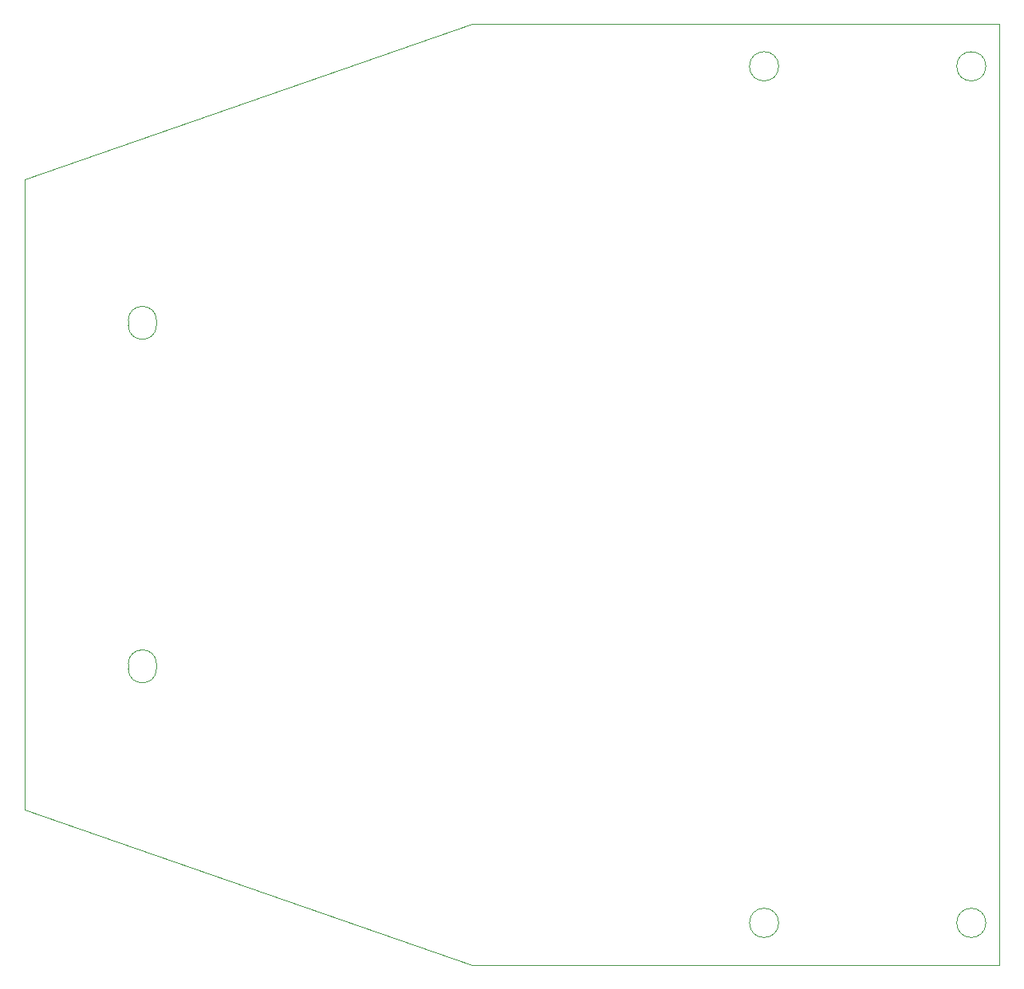
<source format=gbr>
%TF.GenerationSoftware,KiCad,Pcbnew,9.0.5*%
%TF.CreationDate,2025-11-26T15:00:46+01:00*%
%TF.ProjectId,planA,706c616e-412e-46b6-9963-61645f706362,rev?*%
%TF.SameCoordinates,Original*%
%TF.FileFunction,Profile,NP*%
%FSLAX46Y46*%
G04 Gerber Fmt 4.6, Leading zero omitted, Abs format (unit mm)*
G04 Created by KiCad (PCBNEW 9.0.5) date 2025-11-26 15:00:46*
%MOMM*%
%LPD*%
G01*
G04 APERTURE LIST*
%TA.AperFunction,Profile*%
%ADD10C,0.050000*%
%TD*%
G04 APERTURE END LIST*
D10*
X66750000Y-111170000D02*
G75*
G02*
X63750000Y-111170000I-1500000J0D01*
G01*
X52750000Y-78170000D02*
X52750000Y-59170000D01*
X52750000Y-78170000D02*
X52750000Y-107170000D01*
X63750000Y-74670000D02*
X63750000Y-74170000D01*
X100250000Y-42670000D02*
X52750000Y-59170000D01*
X156250000Y-142670000D02*
X156250000Y-42670000D01*
X154800000Y-138170000D02*
G75*
G02*
X151700000Y-138170000I-1550000J0D01*
G01*
X151700000Y-138170000D02*
G75*
G02*
X154800000Y-138170000I1550000J0D01*
G01*
X100250000Y-142670000D02*
X52750000Y-126170000D01*
X156250000Y-42670000D02*
X100250000Y-42670000D01*
X63750000Y-74170000D02*
G75*
G02*
X66750000Y-74170000I1500000J0D01*
G01*
X63750000Y-111170000D02*
X63750000Y-110670000D01*
X154800000Y-47170000D02*
G75*
G02*
X151700000Y-47170000I-1550000J0D01*
G01*
X151700000Y-47170000D02*
G75*
G02*
X154800000Y-47170000I1550000J0D01*
G01*
X132800000Y-47170000D02*
G75*
G02*
X129700000Y-47170000I-1550000J0D01*
G01*
X129700000Y-47170000D02*
G75*
G02*
X132800000Y-47170000I1550000J0D01*
G01*
X63750000Y-110670000D02*
G75*
G02*
X66750000Y-110670000I1500000J0D01*
G01*
X66750000Y-74670000D02*
G75*
G02*
X63750000Y-74670000I-1500000J0D01*
G01*
X66750000Y-74670000D02*
X66750000Y-74170000D01*
X156250000Y-142670000D02*
X100250000Y-142670000D01*
X52750000Y-126170000D02*
X52750000Y-107170000D01*
X132800000Y-138170000D02*
G75*
G02*
X129700000Y-138170000I-1550000J0D01*
G01*
X129700000Y-138170000D02*
G75*
G02*
X132800000Y-138170000I1550000J0D01*
G01*
X66750000Y-111170000D02*
X66750000Y-110670000D01*
M02*

</source>
